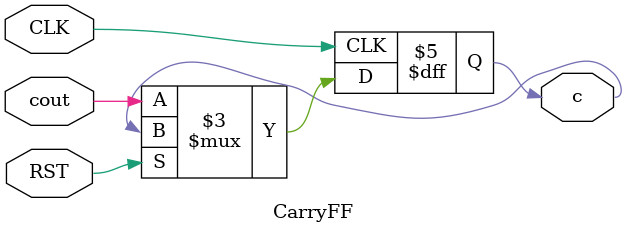
<source format=v>
`timescale 1ns / 1ps

module CarryFF (input CLK, RST,
                input cout,
                output reg c);

    always @ (posedge CLK) begin
        if (!RST)
            c <= cout;
    end
                 
endmodule

</source>
